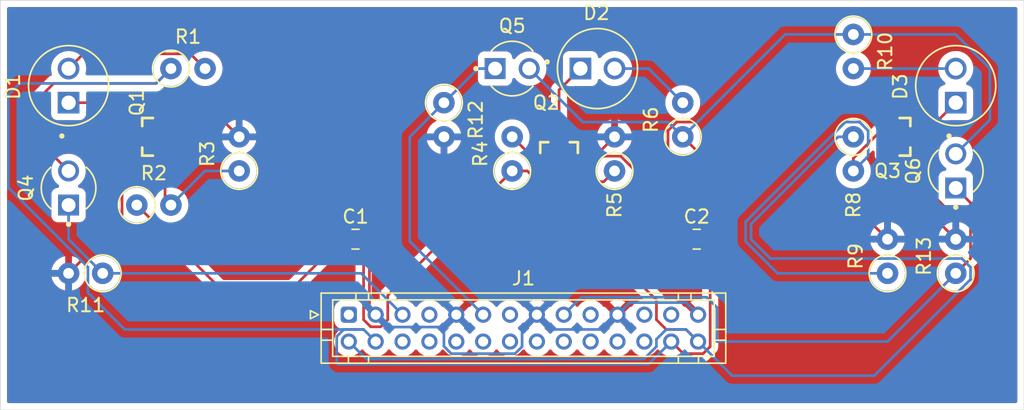
<source format=kicad_pcb>
(kicad_pcb (version 20221018) (generator pcbnew)
  (title_block (title "Micromouse Project (Sensing)") (date "2024-03-23") (rev "0") (comment 1 "@author: Kwanele Mabanga") (comment 2 "@version: 1"))
  (layers (0 "F.Cu" signal) (31 "B.Cu" signal) (34 "B.Paste" user) (35 "F.Paste" user) (36 "B.SilkS" user "B.Silkscreen") (37 "F.SilkS" user "F.Silkscreen") (38 "B.Mask" user) (39 "F.Mask" user) (44 "Edge.Cuts" user))
  (net 0 "")
  (net 1 "+3V3")
  (net 2 "GND")
  (net 3 "+BATT")
  (net 4 "Net-(D1-PadC)")
  (net 5 "Net-(D1-PadA)")
  (net 6 "Net-(D2-PadC)")
  (net 7 "Net-(D2-PadA)")
  (net 8 "Net-(D3-PadA)")
  (net 9 "Net-(D3-PadC)")
  (net 10 "Net-(Q1-Pad1)")
  (net 12 "/PA3")
  (net 17 "/PA5")
  (net 22 "/PA7")
  (net 30 "Net-(Q2-Pad1)")
  (net 31 "Net-(Q3-Pad1)")
  (footprint "Resistor_THT:R_Axial_DIN0207_L6.3mm_D2.5mm_P2.54mm_Vertical" (layer "F.Cu") (at 154.94 101.6 90)
    (fp_text reference "R5" (at -2.54 0 90) (layer "F.SilkS"))
    (fp_text value "10k")
    (fp_line (start 1.37 0) (end 1.44 0) (stroke (width 0.12)) (layer "F.SilkS"))
    (fp_circle (center 0 0) (end 1.37 0) (stroke (width 0.12)) (fill none) (layer "F.SilkS"))
    (pad "1" thru_hole circle (at 0 0 90) (size 1.6 1.6) (drill 0.8) (layers "*.Cu" "*.Mask") (net 30 "Net-(Q2-Pad1)"))
    (pad "2" thru_hole oval (at 2.54 0 90) (size 1.6 1.6) (drill 0.8) (layers "*.Cu" "*.Mask") (net 2 "GND"))
  )
  (footprint "Resistor_THT:R_Axial_DIN0207_L6.3mm_D2.5mm_P2.54mm_Vertical" (layer "F.Cu") (at 147.32 101.6 90)
    (fp_text reference "R4" (at 1.27 -2.37 90) (layer "F.SilkS"))
    (fp_text value "100")
    (fp_line (start 1.37 0) (end 1.44 0) (stroke (width 0.12)) (layer "F.SilkS"))
    (fp_circle (center 0 0) (end 1.37 0) (stroke (width 0.12)) (fill none) (layer "F.SilkS"))
    (pad "1" thru_hole circle (at 0 0 90) (size 1.6 1.6) (drill 0.8) (layers "*.Cu" "*.Mask") (net 1 "+3V3"))
    (pad "2" thru_hole oval (at 2.54 0 90) (size 1.6 1.6) (drill 0.8) (layers "*.Cu" "*.Mask") (net 30 "Net-(Q2-Pad1)"))
  )
  (footprint "Resistor_THT:R_Axial_DIN0207_L6.3mm_D2.5mm_P2.54mm_Vertical" (layer "F.Cu") (at 127 101.6 90)
    (fp_text reference "R3" (at 1.27 -2.37 90) (layer "F.SilkS"))
    (fp_text value "10k")
    (fp_line (start 1.37 0) (end 1.44 0) (stroke (width 0.12)) (layer "F.SilkS"))
    (fp_circle (center 0 0) (end 1.37 0) (stroke (width 0.12)) (fill none) (layer "F.SilkS"))
    (pad "1" thru_hole circle (at 0 0 90) (size 1.6 1.6) (drill 0.8) (layers "*.Cu" "*.Mask") (net 10 "Net-(Q1-Pad1)"))
    (pad "2" thru_hole oval (at 2.54 0 90) (size 1.6 1.6) (drill 0.8) (layers "*.Cu" "*.Mask") (net 2 "GND"))
  )
  (footprint "TSAL6200:LEDRD254W55D595H900" (layer "F.Cu") (at 114.3 95.25 90)
    (fp_text reference "D1" (at -0.075 -4.135 90) (layer "F.SilkS"))
    (fp_text value "TSAL6200")
    (fp_circle (center -3.75 -0.5) (end -3.65 -0.5) (stroke (width 0.2)) (fill none) (layer "F.SilkS"))
    (fp_circle (center 0 0) (end 2.98 0) (stroke (width 0.127)) (fill none) (layer "F.SilkS"))
    (pad "A" thru_hole circle (at 1.27 0 90) (size 1.61 1.61) (drill 1.07) (layers "*.Cu" "*.Mask") (net 5 "Net-(D1-PadA)"))
    (pad "C" thru_hole rect (at -1.27 0 90) (size 1.61 1.61) (drill 1.07) (layers "*.Cu" "*.Mask") (net 4 "Net-(D1-PadC)"))
  )
  (footprint "TEFT4300:XDCR_TEFT4300" (layer "F.Cu") (at 147.32 93.98)
    (fp_text reference "Q5" (at 0 -3.175) (layer "F.SilkS"))
    (fp_text value "TEFT4300")
    (fp_arc (start -1.55 -1.310001) (mid 0 -2.032778) (end 1.55 -1.31) (stroke (width 0.127)) (layer "F.SilkS"))
    (fp_arc (start 1.55 1.310001) (mid 0 2.032778) (end -1.55 1.31) (stroke (width 0.127)) (layer "F.SilkS"))
    (fp_circle (center -2.7 0) (end -2.6 0) (stroke (width 0.2)) (fill none) (layer "F.SilkS"))
    (pad "C" thru_hole circle (at 1.27 0) (size 1.56 1.56) (drill 1.04) (layers "*.Cu" "*.Mask") (net 3 "+BATT"))
    (pad "E" thru_hole rect (at -1.27 0) (size 1.56 1.56) (drill 1.04) (layers "*.Cu" "*.Mask") (net 17 "/PA5"))
  )
  (footprint "Resistor_THT:R_Axial_DIN0207_L6.3mm_D2.5mm_P2.54mm_Vertical" (layer "F.Cu") (at 172.72 91.44 -90)
    (fp_text reference "R10" (at 1.27 -2.37 90) (layer "F.SilkS"))
    (fp_text value "220")
    (fp_line (start 1.37 0) (end 1.44 0) (stroke (width 0.12)) (layer "F.SilkS"))
    (fp_circle (center 0 0) (end 1.37 0) (stroke (width 0.12)) (fill none) (layer "F.SilkS"))
    (pad "1" thru_hole circle (at 0 0 270) (size 1.6 1.6) (drill 0.8) (layers "*.Cu" "*.Mask") (net 3 "+BATT"))
    (pad "2" thru_hole oval (at 2.54 0 270) (size 1.6 1.6) (drill 0.8) (layers "*.Cu" "*.Mask") (net 8 "Net-(D3-PadA)"))
  )
  (footprint "TSAL6200:LEDRD254W55D595H900" (layer "F.Cu") (at 153.67 93.98)
    (fp_text reference "D2" (at -0.075 -4.135) (layer "F.SilkS"))
    (fp_text value "TSAL6200")
    (fp_circle (center -3.75 -0.5) (end -3.65 -0.5) (stroke (width 0.2)) (fill none) (layer "F.SilkS"))
    (fp_circle (center 0 0) (end 2.98 0) (stroke (width 0.127)) (fill none) (layer "F.SilkS"))
    (pad "A" thru_hole circle (at 1.27 0) (size 1.61 1.61) (drill 1.07) (layers "*.Cu" "*.Mask") (net 7 "Net-(D2-PadA)"))
    (pad "C" thru_hole rect (at -1.27 0) (size 1.61 1.61) (drill 1.07) (layers "*.Cu" "*.Mask") (net 6 "Net-(D2-PadC)"))
  )
  (footprint "Resistor_THT:R_Axial_DIN0207_L6.3mm_D2.5mm_P2.54mm_Vertical" (layer "F.Cu") (at 172.72 99.06 -90)
    (fp_text reference "R8" (at 5.08 0 90) (layer "F.SilkS"))
    (fp_text value "100")
    (fp_line (start 1.37 0) (end 1.44 0) (stroke (width 0.12)) (layer "F.SilkS"))
    (fp_circle (center 0 0) (end 1.37 0) (stroke (width 0.12)) (fill none) (layer "F.SilkS"))
    (pad "1" thru_hole circle (at 0 0 270) (size 1.6 1.6) (drill 0.8) (layers "*.Cu" "*.Mask") (net 1 "+3V3"))
    (pad "2" thru_hole oval (at 2.54 0 270) (size 1.6 1.6) (drill 0.8) (layers "*.Cu" "*.Mask") (net 31 "Net-(Q3-Pad1)"))
  )
  (footprint "TSAL6200:LEDRD254W55D595H900" (layer "F.Cu") (at 180.34 95.25 90)
    (fp_text reference "D3" (at -0.075 -4.135 90) (layer "F.SilkS"))
    (fp_text value "TSAL6200")
    (fp_circle (center -3.75 -0.5) (end -3.65 -0.5) (stroke (width 0.2)) (fill none) (layer "F.SilkS"))
    (fp_circle (center 0 0) (end 2.98 0) (stroke (width 0.127)) (fill none) (layer "F.SilkS"))
    (pad "A" thru_hole circle (at 1.27 0 90) (size 1.61 1.61) (drill 1.07) (layers "*.Cu" "*.Mask") (net 8 "Net-(D3-PadA)"))
    (pad "C" thru_hole rect (at -1.27 0 90) (size 1.61 1.61) (drill 1.07) (layers "*.Cu" "*.Mask") (net 9 "Net-(D3-PadC)"))
  )
  (footprint "MMBT5551:SOT23-3" (layer "F.Cu") (at 120.48 99.06)
    (fp_text reference "Q1" (at -1.1 -2.54 90) (layer "F.SilkS"))
    (fp_text value "MMBT5551")
    (fp_line (start -0.7 -1.4) (end 0.1 -1.4) (stroke (width 0.2032)) (layer "F.SilkS"))
    (fp_line (start -0.7 -0.8) (end -0.7 -1.4) (stroke (width 0.2032)) (layer "F.SilkS"))
    (fp_line (start -0.7 0.8) (end -0.7 1.4) (stroke (width 0.2032)) (layer "F.SilkS"))
    (fp_line (start -0.7 1.4) (end 0.1 1.4) (stroke (width 0.2032)) (layer "F.SilkS"))
    (pad "1" smd rect (at 1 0.95 90) (size 0.8 0.9) (layers "F.Cu" "F.Paste" "F.Mask") (net 10 "Net-(Q1-Pad1)"))
    (pad "2" smd rect (at 1 -0.95 90) (size 0.8 0.9) (layers "F.Cu" "F.Paste" "F.Mask") (net 2 "GND"))
    (pad "3" smd rect (at -1.1 0 90) (size 0.8 0.9) (layers "F.Cu" "F.Paste" "F.Mask") (net 4 "Net-(D1-PadC)"))
  )
  (footprint "MMBT5551:SOT23-3" (layer "F.Cu") (at 150.81 100.16 -90)
    (fp_text reference "Q2" (at -3.64 0.95 -180) (layer "F.SilkS"))
    (fp_text value "MMBT5551")
    (fp_line (start -0.7 -1.4) (end 0.1 -1.4) (stroke (width 0.2032)) (layer "F.SilkS"))
    (fp_line (start -0.7 -0.8) (end -0.7 -1.4) (stroke (width 0.2032)) (layer "F.SilkS"))
    (fp_line (start -0.7 0.8) (end -0.7 1.4) (stroke (width 0.2032)) (layer "F.SilkS"))
    (fp_line (start -0.7 1.4) (end 0.1 1.4) (stroke (width 0.2032)) (layer "F.SilkS"))
    (pad "1" smd rect (at 1 0.95) (size 0.8 0.9) (layers "F.Cu" "F.Paste" "F.Mask") (net 30 "Net-(Q2-Pad1)"))
    (pad "2" smd rect (at 1 -0.95) (size 0.8 0.9) (layers "F.Cu" "F.Paste" "F.Mask") (net 2 "GND"))
    (pad "3" smd rect (at -1.1 0) (size 0.8 0.9) (layers "F.Cu" "F.Paste" "F.Mask") (net 6 "Net-(D2-PadC)"))
  )
  (footprint "Resistor_THT:R_Axial_DIN0207_L6.3mm_D2.5mm_P2.54mm_Vertical" (layer "F.Cu") (at 160.02 99.06 90)
    (fp_text reference "R6" (at 1.27 -2.37 90) (layer "F.SilkS"))
    (fp_text value "220")
    (fp_line (start 1.37 0) (end 1.44 0) (stroke (width 0.12)) (layer "F.SilkS"))
    (fp_circle (center 0 0) (end 1.37 0) (stroke (width 0.12)) (fill none) (layer "F.SilkS"))
    (pad "1" thru_hole circle (at 0 0 90) (size 1.6 1.6) (drill 0.8) (layers "*.Cu" "*.Mask") (net 3 "+BATT"))
    (pad "2" thru_hole oval (at 2.54 0 90) (size 1.6 1.6) (drill 0.8) (layers "*.Cu" "*.Mask") (net 7 "Net-(D2-PadA)"))
  )
  (footprint "Capacitor_SMD:C_0805_2012Metric_Pad1.18x1.45mm_HandSolder" (layer "F.Cu") (at 135.6575 106.68)
    (fp_text reference "C1" (at 0 -1.68) (layer "F.SilkS"))
    (fp_text value "10nF")
    (fp_line (start -0.261252 -0.735) (end 0.261252 -0.735) (stroke (width 0.12)) (layer "F.SilkS"))
    (fp_line (start -0.261252 0.735) (end 0.261252 0.735) (stroke (width 0.12)) (layer "F.SilkS"))
    (pad "1" smd roundrect (at -1.0375 0) (size 1.175 1.45) (layers "F.Cu" "F.Paste" "F.Mask") (roundrect_rratio 0.2127659574) (net 1 "+3V3"))
    (pad "2" smd roundrect (at 1.0375 0) (size 1.175 1.45) (layers "F.Cu" "F.Paste" "F.Mask") (roundrect_rratio 0.2127659574) (net 2 "GND"))
  )
  (footprint "MMBT5551:SOT23-3" (layer "F.Cu") (at 176.26 99.06 180)
    (fp_text reference "Q3" (at 1 -2.54) (layer "F.SilkS"))
    (fp_text value "MMBT5551")
    (fp_line (start -0.7 -1.4) (end 0.1 -1.4) (stroke (width 0.2032)) (layer "F.SilkS"))
    (fp_line (start -0.7 -0.8) (end -0.7 -1.4) (stroke (width 0.2032)) (layer "F.SilkS"))
    (fp_line (start -0.7 0.8) (end -0.7 1.4) (stroke (width 0.2032)) (layer "F.SilkS"))
    (fp_line (start -0.7 1.4) (end 0.1 1.4) (stroke (width 0.2032)) (layer "F.SilkS"))
    (pad "1" smd rect (at 1 0.95 270) (size 0.8 0.9) (layers "F.Cu" "F.Paste" "F.Mask") (net 31 "Net-(Q3-Pad1)"))
    (pad "2" smd rect (at 1 -0.95 270) (size 0.8 0.9) (layers "F.Cu" "F.Paste" "F.Mask") (net 2 "GND"))
    (pad "3" smd rect (at -1.1 0 270) (size 0.8 0.9) (layers "F.Cu" "F.Paste" "F.Mask") (net 9 "Net-(D3-PadC)"))
  )
  (footprint "Resistor_THT:R_Axial_DIN0207_L6.3mm_D2.5mm_P2.54mm_Vertical" (layer "F.Cu") (at 142.24 96.52 -90)
    (fp_text reference "R12" (at 1.27 -2.37 90) (layer "F.SilkS"))
    (fp_text value "10k")
    (fp_line (start 1.37 0) (end 1.44 0) (stroke (width 0.12)) (layer "F.SilkS"))
    (fp_circle (center 0 0) (end 1.37 0) (stroke (width 0.12)) (fill none) (layer "F.SilkS"))
    (pad "1" thru_hole circle (at 0 0 270) (size 1.6 1.6) (drill 0.8) (layers "*.Cu" "*.Mask") (net 17 "/PA5"))
    (pad "2" thru_hole oval (at 2.54 0 270) (size 1.6 1.6) (drill 0.8) (layers "*.Cu" "*.Mask") (net 2 "GND"))
  )
  (footprint "Resistor_THT:R_Axial_DIN0207_L6.3mm_D2.5mm_P2.54mm_Vertical" (layer "F.Cu") (at 180.34 109.22 90)
    (fp_text reference "R13" (at 1.27 -2.37 90) (layer "F.SilkS"))
    (fp_text value "10k")
    (fp_line (start 1.37 0) (end 1.44 0) (stroke (width 0.12)) (layer "F.SilkS"))
    (fp_circle (center 0 0) (end 1.37 0) (stroke (width 0.12)) (fill none) (layer "F.SilkS"))
    (pad "1" thru_hole circle (at 0 0 90) (size 1.6 1.6) (drill 0.8) (layers "*.Cu" "*.Mask") (net 22 "/PA7"))
    (pad "2" thru_hole oval (at 2.54 0 90) (size 1.6 1.6) (drill 0.8) (layers "*.Cu" "*.Mask") (net 2 "GND"))
  )
  (footprint "Resistor_THT:R_Axial_DIN0207_L6.3mm_D2.5mm_P2.54mm_Vertical" (layer "F.Cu") (at 175.26 109.22 90)
    (fp_text reference "R9" (at 1.27 -2.37 90) (layer "F.SilkS"))
    (fp_text value "10k")
    (fp_line (start 1.37 0) (end 1.44 0) (stroke (width 0.12)) (layer "F.SilkS"))
    (fp_circle (center 0 0) (end 1.37 0) (stroke (width 0.12)) (fill none) (layer "F.SilkS"))
    (pad "1" thru_hole circle (at 0 0 90) (size 1.6 1.6) (drill 0.8) (layers "*.Cu" "*.Mask") (net 31 "Net-(Q3-Pad1)"))
    (pad "2" thru_hole oval (at 2.54 0 90) (size 1.6 1.6) (drill 0.8) (layers "*.Cu" "*.Mask") (net 2 "GND"))
  )
  (footprint "TEFT4300:XDCR_TEFT4300" (layer "F.Cu") (at 114.3 102.87 90)
    (fp_text reference "Q4" (at 0 -3.175 90) (layer "F.SilkS"))
    (fp_text value "TEFT4300")
    (fp_arc (start -1.55 -1.310001) (mid 0 -2.032778) (end 1.55 -1.31) (stroke (width 0.127)) (layer "F.SilkS"))
    (fp_arc (start 1.55 1.310001) (mid 0 2.032778) (end -1.55 1.31) (stroke (width 0.127)) (layer "F.SilkS"))
    (fp_circle (center -2.7 0) (end -2.6 0) (stroke (width 0.2)) (fill none) (layer "F.SilkS"))
    (pad "C" thru_hole circle (at 1.27 0 90) (size 1.56 1.56) (drill 1.04) (layers "*.Cu" "*.Mask") (net 3 "+BATT"))
    (pad "E" thru_hole rect (at -1.27 0 90) (size 1.56 1.56) (drill 1.04) (layers "*.Cu" "*.Mask") (net 12 "/PA3"))
  )
  (footprint "Resistor_THT:R_Axial_DIN0207_L6.3mm_D2.5mm_P2.54mm_Vertical" (layer "F.Cu") (at 121.92 93.98)
    (fp_text reference "R1" (at 1.27 -2.37) (layer "F.SilkS"))
    (fp_text value "220")
    (fp_line (start 1.37 0) (end 1.44 0) (stroke (width 0.12)) (layer "F.SilkS"))
    (fp_circle (center 0 0) (end 1.37 0) (stroke (width 0.12)) (fill none) (layer "F.SilkS"))
    (pad "1" thru_hole circle (at 0 0) (size 1.6 1.6) (drill 0.8) (layers "*.Cu" "*.Mask") (net 3 "+BATT"))
    (pad "2" thru_hole oval (at 2.54 0) (size 1.6 1.6) (drill 0.8) (layers "*.Cu" "*.Mask") (net 5 "Net-(D1-PadA)"))
  )
  (footprint "Connector_JST:JST_PHD_B28B-PHDSS_2x14_P2.00mm_Vertical" (layer "F.Cu") (at 135.16 112.3)
    (fp_text reference "J1" (at 13 -2.7) (layer "F.SilkS"))
    (fp_text value "Conn_02x14_Top_Bottom")
    (fp_line (start -2.86 -0.3) (end -2.26 0) (stroke (width 0.12)) (layer "F.SilkS"))
    (fp_line (start -2.86 0.3) (end -2.86 -0.3) (stroke (width 0.12)) (layer "F.SilkS"))
    (fp_line (start -2.26 0) (end -2.86 0.3) (stroke (width 0.12)) (layer "F.SilkS"))
    (fp_line (start -2.06 -1.61) (end -2.06 3.61) (stroke (width 0.12)) (layer "F.SilkS"))
    (fp_line (start -2.06 1.1) (end -1.2 1.1) (stroke (width 0.12)) (layer "F.SilkS"))
    (fp_line (start -2.06 1.9) (end -1.2 1.9) (stroke (width 0.12)) (layer "F.SilkS"))
    (fp_line (start -2.06 3.61) (end 28.06 3.61) (stroke (width 0.12)) (layer "F.SilkS"))
    (fp_line (start -1.2 -1.1) (end -1.2 3.1) (stroke (width 0.12)) (layer "F.SilkS"))
    (fp_line (start -1.2 3.1) (end 27.2 3.1) (stroke (width 0.12)) (layer "F.SilkS"))
    (fp_line (start -0.03 3.61) (end -0.03 3.1) (stroke (width 0.12)) (layer "F.SilkS"))
    (fp_line (start 0.53 -1.61) (end 0.53 -1.1) (stroke (width 0.12)) (layer "F.SilkS"))
    (fp_line (start 1.47 -1.61) (end 1.47 -1.1) (stroke (width 0.12)) (layer "F.SilkS"))
    (fp_line (start 1.47 3.61) (end 1.47 3.1) (stroke (width 0.12)) (layer "F.SilkS"))
    (fp_line (start 24.53 -1.61) (end 24.53 -1.1) (stroke (width 0.12)) (layer "F.SilkS"))
    (fp_line (start 24.53 3.61) (end 24.53 3.1) (stroke (width 0.12)) (layer "F.SilkS"))
    (fp_line (start 25.47 -1.61) (end 25.47 -1.1) (stroke (width 0.12)) (layer "F.SilkS"))
    (fp_line (start 26.03 3.61) (end 26.03 3.1) (stroke (width 0.12)) (layer "F.SilkS"))
    (fp_line (start 27.2 -1.1) (end -1.2 -1.1) (stroke (width 0.12)) (layer "F.SilkS"))
    (fp_line (start 27.2 3.1) (end 27.2 -1.1) (stroke (width 0.12)) (layer "F.SilkS"))
    (fp_line (start 28.06 -1.61) (end -2.06 -1.61) (stroke (width 0.12)) (layer "F.SilkS"))
    (fp_line (start 28.06 1.1) (end 27.2 1.1) (stroke (width 0.12)) (layer "F.SilkS"))
    (fp_line (start 28.06 1.9) (end 27.2 1.9) (stroke (width 0.12)) (layer "F.SilkS"))
    (fp_line (start 28.06 3.61) (end 28.06 -1.61) (stroke (width 0.12)) (layer "F.SilkS"))
    (pad "1" thru_hole roundrect (at 0 0) (size 1.2 1.2) (drill 0.75) (layers "*.Cu" "*.Mask") (roundrect_rratio 0.2083333333))
    (pad "2" thru_hole circle (at 0 2) (size 1.2 1.2) (drill 0.75) (layers "*.Cu" "*.Mask") (net 1 "+3V3"))
    (pad "3" thru_hole circle (at 2 0) (size 1.2 1.2) (drill 0.75) (layers "*.Cu" "*.Mask") (net 2 "GND"))
    (pad "4" thru_hole circle (at 2 2) (size 1.2 1.2) (drill 0.75) (layers "*.Cu" "*.Mask") (net 3 "+BATT"))
    (pad "5" thru_hole circle (at 4 0) (size 1.2 1.2) (drill 0.75) (layers "*.Cu" "*.Mask") (net 12 "/PA3"))
    (pad "6" thru_hole circle (at 4 2) (size 1.2 1.2) (drill 0.75) (layers "*.Cu" "*.Mask"))
    (pad "7" thru_hole circle (at 6 0) (size 1.2 1.2) (drill 0.75) (layers "*.Cu" "*.Mask"))
    (pad "8" thru_hole circle (at 6 2) (size 1.2 1.2) (drill 0.75) (layers "*.Cu" "*.Mask"))
    (pad "9" thru_hole circle (at 8 0) (size 1.2 1.2) (drill 0.75) (layers "*.Cu" "*.Mask") (net 2 "GND"))
    (pad "10" thru_hole circle (at 8 2) (size 1.2 1.2) (drill 0.75) (layers "*.Cu" "*.Mask"))
    (pad "11" thru_hole circle (at 10 0) (size 1.2 1.2) (drill 0.75) (layers "*.Cu" "*.Mask") (net 17 "/PA5"))
    (pad "12" thru_hole circle (at 10 2) (size 1.2 1.2) (drill 0.75) (layers "*.Cu" "*.Mask"))
    (pad "13" thru_hole circle (at 12 0) (size 1.2 1.2) (drill 0.75) (layers "*.Cu" "*.Mask"))
    (pad "14" thru_hole circle (at 12 2) (size 1.2 1.2) (drill 0.75) (layers "*.Cu" "*.Mask"))
    (pad "15" thru_hole circle (at 14 0) (size 1.2 1.2) (drill 0.75) (layers "*.Cu" "*.Mask") (net 2 "GND"))
    (pad "16" thru_hole circle (at 14 2) (size 1.2 1.2) (drill 0.75) (layers "*.Cu" "*.Mask"))
    (pad "17" thru_hole circle (at 16 0) (size 1.2 1.2) (drill 0.75) (layers "*.Cu" "*.Mask") (net 22 "/PA7"))
    (pad "18" thru_hole circle (at 16 2) (size 1.2 1.2) (drill 0.75) (layers "*.Cu" "*.Mask"))
    (pad "19" thru_hole circle (at 18 0) (size 1.2 1.2) (drill 0.75) (layers "*.Cu" "*.Mask"))
    (pad "20" thru_hole circle (at 18 2) (size 1.2 1.2) (drill 0.75) (layers "*.Cu" "*.Mask"))
    (pad "21" thru_hole circle (at 20 0) (size 1.2 1.2) (drill 0.75) (layers "*.Cu" "*.Mask") (net 2 "GND"))
    (pad "22" thru_hole circle (at 20 2) (size 1.2 1.2) (drill 0.75) (layers "*.Cu" "*.Mask"))
    (pad "23" thru_hole circle (at 22 0) (size 1.2 1.2) (drill 0.75) (layers "*.Cu" "*.Mask"))
    (pad "24" thru_hole circle (at 22 2) (size 1.2 1.2) (drill 0.75) (layers "*.Cu" "*.Mask"))
    (pad "25" thru_hole circle (at 24 0) (size 1.2 1.2) (drill 0.75) (layers "*.Cu" "*.Mask"))
    (pad "26" thru_hole circle (at 24 2) (size 1.2 1.2) (drill 0.75) (layers "*.Cu" "*.Mask") (net 3 "+BATT"))
    (pad "27" thru_hole circle (at 26 0) (size 1.2 1.2) (drill 0.75) (layers "*.Cu" "*.Mask") (net 2 "GND"))
    (pad "28" thru_hole circle (at 26 2) (size 1.2 1.2) (drill 0.75) (layers "*.Cu" "*.Mask") (net 1 "+3V3"))
  )
  (footprint "TEFT4300:XDCR_TEFT4300" (layer "F.Cu") (at 180.34 101.6 90)
    (fp_text reference "Q6" (at 0 -3.175 90) (layer "F.SilkS"))
    (fp_text value "TEFT4300")
    (fp_arc (start -1.55 -1.310001) (mid 0 -2.032778) (end 1.55 -1.31) (stroke (width 0.127)) (layer "F.SilkS"))
    (fp_arc (start 1.55 1.310001) (mid 0 2.032778) (end -1.55 1.31) (stroke (width 0.127)) (layer "F.SilkS"))
    (fp_circle (center -2.7 0) (end -2.6 0) (stroke (width 0.2)) (fill none) (layer "F.SilkS"))
    (pad "C" thru_hole circle (at 1.27 0 90) (size 1.56 1.56) (drill 1.04) (layers "*.Cu" "*.Mask") (net 3 "+BATT"))
    (pad "E" thru_hole rect (at -1.27 0 90) (size 1.56 1.56) (drill 1.04) (layers "*.Cu" "*.Mask") (net 22 "/PA7"))
  )
  (footprint "Resistor_THT:R_Axial_DIN0207_L6.3mm_D2.5mm_P2.54mm_Vertical" (layer "F.Cu") (at 119.38 104.14)
    (fp_text reference "R2" (at 1.27 -2.37) (layer "F.SilkS"))
    (fp_text value "100")
    (fp_line (start 1.37 0) (end 1.44 0) (stroke (width 0.12)) (layer "F.SilkS"))
    (fp_circle (center 0 0) (end 1.37 0) (stroke (width 0.12)) (fill none) (layer "F.SilkS"))
    (pad "1" thru_hole circle (at 0 0) (size 1.6 1.6) (drill 0.8) (layers "*.Cu" "*.Mask") (net 1 "+3V3"))
    (pad "2" thru_hole oval (at 2.54 0) (size 1.6 1.6) (drill 0.8) (layers "*.Cu" "*.Mask") (net 10 "Net-(Q1-Pad1)"))
  )
  (footprint "Resistor_THT:R_Axial_DIN0207_L6.3mm_D2.5mm_P2.54mm_Vertical" (layer "F.Cu") (at 116.84 109.22 180)
    (fp_text reference "R11" (at 1.27 -2.37) (layer "F.SilkS"))
    (fp_text value "10k")
    (fp_line (start 1.37 0) (end 1.44 0) (stroke (width 0.12)) (layer "F.SilkS"))
    (fp_circle (center 0 0) (end 1.37 0) (stroke (width 0.12)) (fill none) (layer "F.SilkS"))
    (pad "1" thru_hole circle (at 0 0 180) (size 1.6 1.6) (drill 0.8) (layers "*.Cu" "*.Mask") (net 12 "/PA3"))
    (pad "2" thru_hole oval (at 2.54 0 180) (size 1.6 1.6) (drill 0.8) (layers "*.Cu" "*.Mask") (net 2 "GND"))
  )
  (footprint "Capacitor_SMD:C_0805_2012Metric_Pad1.18x1.45mm_HandSolder" (layer "F.Cu") (at 161.0575 106.68)
    (fp_text reference "C2" (at 0 -1.68) (layer "F.SilkS"))
    (fp_text value "10nF")
    (fp_line (start -0.261252 -0.735) (end 0.261252 -0.735) (stroke (width 0.12)) (layer "F.SilkS"))
    (fp_line (start -0.261252 0.735) (end 0.261252 0.735) (stroke (width 0.12)) (layer "F.SilkS"))
    (pad "1" smd roundrect (at -1.0375 0) (size 1.175 1.45) (layers "F.Cu" "F.Paste" "F.Mask") (roundrect_rratio 0.2127659574) (net 3 "+BATT"))
    (pad "2" smd roundrect (at 1.0375 0) (size 1.175 1.45) (layers "F.Cu" "F.Paste" "F.Mask") (roundrect_rratio 0.2127659574) (net 2 "GND"))
  )
  (gr_line (start 109.22 93.98) (end 109.22 88.9) (stroke (width 0.05)) (layer "Edge.Cuts"))
  (gr_line (start 185.42 119.38) (end 185.42 93.98) (stroke (width 0.05)) (layer "Edge.Cuts"))
  (gr_line (start 185.42 88.9) (end 185.42 93.98) (stroke (width 0.05)) (layer "Edge.Cuts"))
  (gr_line (start 109.22 119.38) (end 185.42 119.38) (stroke (width 0.05)) (layer "Edge.Cuts"))
  (gr_line (start 109.22 119.38) (end 109.22 93.98) (stroke (width 0.05)) (layer "Edge.Cuts"))
  (gr_line (start 109.22 88.9) (end 185.42 88.9) (stroke (width 0.05)) (layer "Edge.Cuts"))
  (segment (start 148.45137 101.6) (end 158.06 111.20863) (width 0.2) (layer "F.Cu") (net 1))
  (segment (start 130.98 110.32) (end 125.56 110.32) (width 0.2) (layer "F.Cu") (net 1))
  (segment (start 160.26 113.4) (end 161.16 114.3) (width 0.2) (layer "F.Cu") (net 1))
  (segment (start 134.62 106.68) (end 130.98 110.32) (width 0.2) (layer "F.Cu") (net 1))
  (segment (start 125.56 110.32) (end 119.38 104.14) (width 0.2) (layer "F.Cu") (net 1))
  (segment (start 147.32 101.6) (end 138.06 110.86) (width 0.2) (layer "F.Cu") (net 1))
  (segment (start 158.06 112.672793) (end 158.787207 113.4) (width 0.2) (layer "F.Cu") (net 1))
  (segment (start 158.06 111.20863) (end 158.06 112.672793) (width 0.2) (layer "F.Cu") (net 1))
  (segment (start 138.06 112.672793) (end 137.532793 113.2) (width 0.2) (layer "F.Cu") (net 1))
  (segment (start 137.532793 113.2) (end 136.787207 113.2) (width 0.2) (layer "F.Cu") (net 1))
  (segment (start 138.06 110.86) (end 138.06 112.672793) (width 0.2) (layer "F.Cu") (net 1))
  (segment (start 158.787207 113.4) (end 160.26 113.4) (width 0.2) (layer "F.Cu") (net 1))
  (segment (start 136.787207 113.2) (end 136.26 112.672793) (width 0.2) (layer "F.Cu") (net 1))
  (segment (start 147.32 101.6) (end 148.45137 101.6) (width 0.2) (layer "F.Cu") (net 1))
  (segment (start 136.26 112.672793) (end 136.26 108.32) (width 0.2) (layer "F.Cu") (net 1))
  (segment (start 136.26 108.32) (end 134.62 106.68) (width 0.2) (layer "F.Cu") (net 1))
  (segment (start 181.44 108.764365) (end 181.44 109.675635) (width 0.2) (layer "B.Cu") (net 1))
  (segment (start 171.58863 99.06) (end 165.1 105.54863) (width 0.2) (layer "B.Cu") (net 1))
  (segment (start 158.787207 113.4) (end 158.06 114.127207) (width 0.2) (layer "B.Cu") (net 1))
  (segment (start 172.72 99.06) (end 171.58863 99.06) (width 0.2) (layer "B.Cu") (net 1))
  (segment (start 163.7 116.84) (end 161.16 114.3) (width 0.2) (layer "B.Cu") (net 1))
  (segment (start 161.16 114.3) (end 160.26 113.4) (width 0.2) (layer "B.Cu") (net 1))
  (segment (start 166.54 108.12) (end 180.795635 108.12) (width 0.2) (layer "B.Cu") (net 1))
  (segment (start 165.1 106.68) (end 166.54 108.12) (width 0.2) (layer "B.Cu") (net 1))
  (segment (start 174.275635 116.84) (end 163.7 116.84) (width 0.2) (layer "B.Cu") (net 1))
  (segment (start 181.44 109.675635) (end 174.275635 116.84) (width 0.2) (layer "B.Cu") (net 1))
  (segment (start 158.06 114.127207) (end 158.06 114.672793) (width 0.2) (layer "B.Cu") (net 1))
  (segment (start 158.06 114.672793) (end 157.132793 115.6) (width 0.2) (layer "B.Cu") (net 1))
  (segment (start 180.795635 108.12) (end 181.44 108.764365) (width 0.2) (layer "B.Cu") (net 1))
  (segment (start 160.26 113.4) (end 158.787207 113.4) (width 0.2) (layer "B.Cu") (net 1))
  (segment (start 165.1 105.54863) (end 165.1 106.68) (width 0.2) (layer "B.Cu") (net 1))
  (segment (start 157.132793 115.6) (end 136.46 115.6) (width 0.2) (layer "B.Cu") (net 1))
  (segment (start 136.46 115.6) (end 135.16 114.3) (width 0.2) (layer "B.Cu") (net 1))
  (segment (start 175.26 100.01) (end 175.26 106.68) (width 0.2) (layer "F.Cu") (net 2))
  (segment (start 180.34 105.09) (end 175.26 100.01) (width 0.2) (layer "F.Cu") (net 2))
  (segment (start 121.48 98.11) (end 126.05 98.11) (width 0.2) (layer "F.Cu") (net 2))
  (segment (start 162.095 106.68) (end 161.07 105.655) (width 0.2) (layer "F.Cu") (net 2))
  (segment (start 159.1325 104.236865) (end 159.1325 105.970256) (width 0.2) (layer "F.Cu") (net 2))
  (segment (start 159.447756 105.655) (end 159.1325 105.970256) (width 0.2) (layer "F.Cu") (net 2))
  (segment (start 118.28 105.24) (end 118.28 101.75) (width 0.2) (layer "F.Cu") (net 2))
  (segment (start 166.54 97.96) (end 159.564365 97.96) (width 0.2) (layer "F.Cu") (net 2))
  (segment (start 114.3 109.22) (end 118.28 105.24) (width 0.2) (layer "F.Cu") (net 2))
  (segment (start 159.1325 105.970256) (end 159.1325 110.2725) (width 0.2) (layer "F.Cu") (net 2))
  (segment (start 136.695 106.68) (end 136.695 111.835) (width 0.2) (layer "F.Cu") (net 2))
  (segment (start 158.92 98.604365) (end 158.92 103.505) (width 0.2) (layer "F.Cu") (net 2))
  (segment (start 142.24 99.06) (end 139.7 99.06) (width 0.2) (layer "F.Cu") (net 2))
  (segment (start 180.34 106.68) (end 180.34 105.09) (width 0.2) (layer "F.Cu") (net 2))
  (segment (start 151.76 101.16) (end 152.84 101.16) (width 0.2) (layer "F.Cu") (net 2))
  (segment (start 139.7 99.06) (end 136.695 102.065) (width 0.2) (layer "F.Cu") (net 2))
  (segment (start 161.07 105.655) (end 159.447756 105.655) (width 0.2) (layer "F.Cu") (net 2))
  (segment (start 159.1325 110.2725) (end 161.16 112.3) (width 0.2) (layer "F.Cu") (net 2))
  (segment (start 155.395635 100.5) (end 159.1325 104.236865) (width 0.2) (layer "F.Cu") (net 2))
  (segment (start 159.564365 97.96) (end 158.92 98.604365) (width 0.2) (layer "F.Cu") (net 2))
  (segment (start 152.84 101.16) (end 154.94 99.06) (width 0.2) (layer "F.Cu") (net 2))
  (segment (start 118.28 101.75) (end 120.97 99.06) (width 0.2) (layer "F.Cu") (net 2))
  (segment (start 129.075 99.06) (end 127 99.06) (width 0.2) (layer "F.Cu") (net 2))
  (segment (start 151.76 101.16) (end 152.42 100.5) (width 0.2) (layer "F.Cu") (net 2))
  (segment (start 180.34 106.68) (end 179.315 105.655) (width 0.2) (layer "F.Cu") (net 2))
  (segment (start 158.92 103.505) (end 162.095 106.68) (width 0.2) (layer "F.Cu") (net 2))
  (segment (start 136.695 106.68) (end 129.075 99.06) (width 0.2) (layer "F.Cu") (net 2))
  (segment (start 136.695 102.065) (end 136.695 106.68) (width 0.2) (layer "F.Cu") (net 2))
  (segment (start 126.05 98.11) (end 127 99.06) (width 0.2) (layer "F.Cu") (net 2))
  (segment (start 175.26 106.68) (end 166.54 97.96) (width 0.2) (layer "F.Cu") (net 2))
  (segment (start 136.695 111.835) (end 137.16 112.3) (width 0.2) (layer "F.Cu") (net 2))
  (segment (start 152.42 100.5) (end 155.395635 100.5) (width 0.2) (layer "F.Cu") (net 2))
  (segment (start 120.97 99.06) (end 127 99.06) (width 0.2) (layer "F.Cu") (net 2))
  (segment (start 138.08 113.22) (end 142.24 113.22) (width 0.2) (layer "B.Cu") (net 2))
  (segment (start 142.24 113.22) (end 143.16 112.3) (width 0.2) (layer "B.Cu") (net 2))
  (segment (start 155.16 112.3) (end 154.06 113.4) (width 0.2) (layer "B.Cu") (net 2))
  (segment (start 148.06 113.4) (end 148.06 114.672793) (width 0.2) (layer "B.Cu") (net 2))
  (segment (start 154.06 113.4) (end 150.26 113.4) (width 0.2) (layer "B.Cu") (net 2))
  (segment (start 142.787207 115.2) (end 142.24 114.652793) (width 0.2) (layer "B.Cu") (net 2))
  (segment (start 148.06 114.672793) (end 147.532793 115.2) (width 0.2) (layer "B.Cu") (net 2))
  (segment (start 142.24 114.652793) (end 142.24 113.22) (width 0.2) (layer "B.Cu") (net 2))
  (segment (start 147.532793 115.2) (end 142.787207 115.2) (width 0.2) (layer "B.Cu") (net 2))
  (segment (start 150.26 113.4) (end 149.16 112.3) (width 0.2) (layer "B.Cu") (net 2))
  (segment (start 160.26 111.4) (end 161.16 112.3) (width 0.2) (layer "B.Cu") (net 2))
  (segment (start 156.06 111.4) (end 160.26 111.4) (width 0.2) (layer "B.Cu") (net 2))
  (segment (start 149.16 112.3) (end 148.06 113.4) (width 0.2) (layer "B.Cu") (net 2))
  (segment (start 155.16 112.3) (end 156.06 111.4) (width 0.2) (layer "B.Cu") (net 2))
  (segment (start 137.16 112.3) (end 138.08 113.22) (width 0.2) (layer "B.Cu") (net 2))
  (segment (start 160.02 99.06) (end 162.9825 102.0225) (width 0.2) (layer "F.Cu") (net 3))
  (segment (start 162.06 114.672793) (end 161.532793 115.2) (width 0.2) (layer "F.Cu") (net 3))
  (segment (start 160.06 115.2) (end 159.16 114.3) (width 0.2) (layer "F.Cu") (net 3))
  (segment (start 162.667244 107.705) (end 161.045 107.705) (width 0.2) (layer "F.Cu") (net 3))
  (segment (start 162.9825 107.389744) (end 162.667244 107.705) (width 0.2) (layer "F.Cu") (net 3))
  (segment (start 111.76 96.52) (end 111.76 99.06) (width 0.2) (layer "F.Cu") (net 3))
  (segment (start 162.06 108.72) (end 162.06 114.672793) (width 0.2) (layer "F.Cu") (net 3))
  (segment (start 111.76 99.06) (end 114.3 101.6) (width 0.2) (layer "F.Cu") (net 3))
  (segment (start 161.045 107.705) (end 160.02 106.68) (width 0.2) (layer "F.Cu") (net 3))
  (segment (start 121.92 93.98) (end 120.815 95.085) (width 0.2) (layer "F.Cu") (net 3))
  (segment (start 113.195 95.085) (end 111.76 96.52) (width 0.2) (layer "F.Cu") (net 3))
  (segment (start 162.9825 102.0225) (end 162.9825 107.389744) (width 0.2) (layer "F.Cu") (net 3))
  (segment (start 120.815 95.085) (end 113.195 95.085) (width 0.2) (layer "F.Cu") (net 3))
  (segment (start 160.02 106.68) (end 162.06 108.72) (width 0.2) (layer "F.Cu") (net 3))
  (segment (start 161.532793 115.2) (end 160.06 115.2) (width 0.2) (layer "F.Cu") (net 3))
  (segment (start 115.74 110.66) (end 118.48 113.4) (width 0.2) (layer "B.Cu") (net 3))
  (segment (start 134.787207 113.4) (end 134.26 113.927207) (width 0.2) (layer "B.Cu") (net 3))
  (segment (start 109.82 95.92) (end 109.82 102.844365) (width 0.2) (layer "B.Cu") (net 3))
  (segment (start 109.82 102.844365) (end 115.74 108.764365) (width 0.2) (layer "B.Cu") (net 3))
  (segment (start 182.88 93.98) (end 180.34 91.44) (width 0.2) (layer "B.Cu") (net 3))
  (segment (start 120.815 95.085) (end 110.655 95.085) (width 0.2) (layer "B.Cu") (net 3))
  (segment (start 182.88 97.79) (end 182.88 93.98) (width 0.2) (layer "B.Cu") (net 3))
  (segment (start 115.74 108.764365) (end 115.74 110.66) (width 0.2) (layer "B.Cu") (net 3))
  (segment (start 110.655 95.085) (end 109.82 95.92) (width 0.2) (layer "B.Cu") (net 3))
  (segment (start 134.26 113.927207) (end 134.26 115.88) (width 0.2) (layer "B.Cu") (net 3))
  (segment (start 134.26 115.88) (end 134.38 116) (width 0.2) (layer "B.Cu") (net 3))
  (segment (start 136.26 113.4) (end 134.787207 113.4) (width 0.2) (layer "B.Cu") (net 3))
  (segment (start 148.59 93.98) (end 152.57 97.96) (width 0.2) (layer "B.Cu") (net 3))
  (segment (start 157.46 116) (end 159.16 114.3) (width 0.2) (layer "B.Cu") (net 3))
  (segment (start 118.48 113.4) (end 136.26 113.4) (width 0.2) (layer "B.Cu") (net 3))
  (segment (start 167.64 91.44) (end 160.02 99.06) (width 0.2) (layer "B.Cu") (net 3))
  (segment (start 137.16 114.3) (end 136.26 113.4) (width 0.2) (layer "B.Cu") (net 3))
  (segment (start 180.34 91.44) (end 172.72 91.44) (width 0.2) (layer "B.Cu") (net 3))
  (segment (start 152.57 97.96) (end 158.92 97.96) (width 0.2) (layer "B.Cu") (net 3))
  (segment (start 134.38 116) (end 157.46 116) (width 0.2) (layer "B.Cu") (net 3))
  (segment (start 180.34 100.33) (end 182.88 97.79) (width 0.2) (layer "B.Cu") (net 3))
  (segment (start 121.92 93.98) (end 120.815 95.085) (width 0.2) (layer "B.Cu") (net 3))
  (segment (start 158.92 97.96) (end 160.02 99.06) (width 0.2) (layer "B.Cu") (net 3))
  (segment (start 172.72 91.44) (end 167.64 91.44) (width 0.2) (layer "B.Cu") (net 3))
  (segment (start 116.84 96.52) (end 119.38 99.06) (width 0.2) (layer "F.Cu") (net 4))
  (segment (start 114.3 96.52) (end 116.84 96.52) (width 0.2) (layer "F.Cu") (net 4))
  (segment (start 123.36 92.88) (end 124.46 93.98) (width 0.2) (layer "F.Cu") (net 5))
  (segment (start 115.4 92.88) (end 123.36 92.88) (width 0.2) (layer "F.Cu") (net 5))
  (segment (start 114.3 93.98) (end 115.4 92.88) (width 0.2) (layer "F.Cu") (net 5))
  (segment (start 150.81 99.06) (end 150.81 95.57) (width 0.2) (layer "F.Cu") (net 6))
  (segment (start 150.81 95.57) (end 152.4 93.98) (width 0.2) (layer "F.Cu") (net 6))
  (segment (start 154.94 93.98) (end 157.48 93.98) (width 0.2) (layer "B.Cu") (net 7))
  (segment (start 157.48 93.98) (end 160.02 96.52) (width 0.2) (layer "B.Cu") (net 7))
  (segment (start 180.34 93.98) (end 172.72 93.98) (width 0.2) (layer "B.Cu") (net 8))
  (segment (start 177.8 99.06) (end 177.36 99.06) (width 0.2) (layer "F.Cu") (net 9))
  (segment (start 180.34 96.52) (end 177.8 99.06) (width 0.2) (layer "F.Cu") (net 9))
  (segment (start 121.48 103.7) (end 121.92 104.14) (width 0.2) (layer "F.Cu") (net 10))
  (segment (start 121.48 100.01) (end 121.48 103.7) (width 0.2) (layer "F.Cu") (net 10))
  (segment (start 124.46 101.6) (end 121.92 104.14) (width 0.2) (layer "B.Cu") (net 10))
  (segment (start 127 101.6) (end 124.46 101.6) (width 0.2) (layer "B.Cu") (net 10))
  (segment (start 114.3 104.14) (end 114.3 106.68) (width 0.2) (layer "B.Cu") (net 12))
  (segment (start 114.3 106.68) (end 116.84 109.22) (width 0.2) (layer "B.Cu") (net 12))
  (segment (start 116.84 109.22) (end 136.08 109.22) (width 0.2) (layer "B.Cu") (net 12))
  (segment (start 136.08 109.22) (end 139.16 112.3) (width 0.2) (layer "B.Cu") (net 12))
  (segment (start 139.7 106.84) (end 145.16 112.3) (width 0.2) (layer "B.Cu") (net 17))
  (segment (start 144.78 93.98) (end 142.24 96.52) (width 0.2) (layer "B.Cu") (net 17))
  (segment (start 146.05 93.98) (end 144.78 93.98) (width 0.2) (layer "B.Cu") (net 17))
  (segment (start 139.7 99.06) (end 139.7 106.84) (width 0.2) (layer "B.Cu") (net 17))
  (segment (start 142.24 96.52) (end 139.7 99.06) (width 0.2) (layer "B.Cu") (net 17))
  (segment (start 180.34 102.87) (end 181.44 103.97) (width 0.2) (layer "F.Cu") (net 22))
  (segment (start 181.44 108.12) (end 180.34 109.22) (width 0.2) (layer "F.Cu") (net 22))
  (segment (start 181.44 103.97) (end 181.44 108.12) (width 0.2) (layer "F.Cu") (net 22))
  (segment (start 151.16 112.3) (end 152.46 111) (width 0.2) (layer "B.Cu") (net 22))
  (segment (start 152.46 111) (end 161.8 111) (width 0.2) (layer "B.Cu") (net 22))
  (segment (start 175.26 114.3) (end 180.34 109.22) (width 0.2) (layer "B.Cu") (net 22))
  (segment (start 162.56 114.3) (end 175.26 114.3) (width 0.2) (layer "B.Cu") (net 22))
  (segment (start 162.56 111.76) (end 162.56 114.3) (width 0.2) (layer "B.Cu") (net 22))
  (segment (start 161.8 111) (end 162.56 111.76) (width 0.2) (layer "B.Cu") (net 22))
  (segment (start 154.94 101.6) (end 154.140001 102.399999) (width 0.2) (layer "F.Cu") (net 30))
  (segment (start 149.42 101.16) (end 147.32 99.06) (width 0.2) (layer "F.Cu") (net 30))
  (segment (start 149.86 101.16) (end 149.42 101.16) (width 0.2) (layer "F.Cu") (net 30))
  (segment (start 154.140001 102.399999) (end 151.099999 102.399999) (width 0.2) (layer "F.Cu") (net 30))
  (segment (start 151.099999 102.399999) (end 149.86 101.16) (width 0.2) (layer "F.Cu") (net 30))
  (segment (start 175.26 98.11) (end 172.72 100.65) (width 0.2) (layer "F.Cu") (net 31))
  (segment (start 172.72 100.65) (end 172.72 101.6) (width 0.2) (layer "F.Cu") (net 31))
  (segment (start 173.82 100.5) (end 172.72 101.6) (width 0.2) (layer "B.Cu") (net 31))
  (segment (start 164.7 106.845685) (end 164.7 105.382944) (width 0.2) (layer "B.Cu") (net 31))
  (segment (start 172.122944 97.96) (end 173.175635 97.96) (width 0.2) (layer "B.Cu") (net 31))
  (segment (start 173.82 98.604365) (end 173.82 100.5) (width 0.2) (layer "B.Cu") (net 31))
  (segment (start 175.26 109.22) (end 167.074315 109.22) (width 0.2) (layer "B.Cu") (net 31))
  (segment (start 167.074315 109.22) (end 164.7 106.845685) (width 0.2) (layer "B.Cu") (net 31))
  (segment (start 164.7 105.382944) (end 172.122944 97.96) (width 0.2) (layer "B.Cu") (net 31))
  (segment (start 173.175635 97.96) (end 173.82 98.604365) (width 0.2) (layer "B.Cu") (net 31))
  (zone (net 2) (net_name "GND") (layer "F.Cu") (connect_pads (clearance 0.5)) (min_thickness 0.25) (fill yes (thermal_gap 0.5) (thermal_bridge_width 0.5))
    (polygon (pts (xy 109.22 88.9) (xy 185.42 88.9) (xy 185.42 119.38) (xy 109.22 119.38)))
  )
  (zone (net 2) (net_name "GND") (layer "B.Cu") (priority 1) (connect_pads (clearance 0.5)) (min_thickness 0.25) (fill yes (thermal_gap 0.5) (thermal_bridge_width 0.5))
    (polygon (pts (xy 109.22 88.9) (xy 185.42 88.9) (xy 185.42 119.38) (xy 109.22 119.38)))
  )
)
</source>
